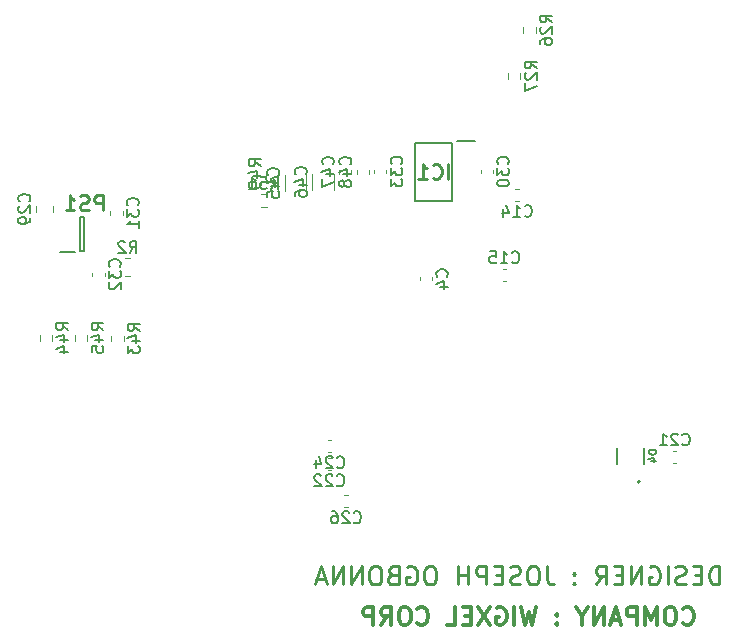
<source format=gbr>
%TF.GenerationSoftware,KiCad,Pcbnew,(6.0.2)*%
%TF.CreationDate,2022-09-17T14:06:51-08:00*%
%TF.ProjectId,HERTZ200,48455254-5a32-4303-902e-6b696361645f,VERSION 1*%
%TF.SameCoordinates,Original*%
%TF.FileFunction,Legend,Bot*%
%TF.FilePolarity,Positive*%
%FSLAX46Y46*%
G04 Gerber Fmt 4.6, Leading zero omitted, Abs format (unit mm)*
G04 Created by KiCad (PCBNEW (6.0.2)) date 2022-09-17 14:06:51*
%MOMM*%
%LPD*%
G01*
G04 APERTURE LIST*
%ADD10C,0.300000*%
%ADD11C,0.279400*%
%ADD12C,0.150000*%
%ADD13C,0.254000*%
%ADD14C,0.120000*%
%ADD15C,0.127000*%
%ADD16C,0.200000*%
G04 APERTURE END LIST*
D10*
X86909228Y-86272414D02*
X86980657Y-86343842D01*
X87194942Y-86415271D01*
X87337800Y-86415271D01*
X87552085Y-86343842D01*
X87694942Y-86200985D01*
X87766371Y-86058128D01*
X87837800Y-85772414D01*
X87837800Y-85558128D01*
X87766371Y-85272414D01*
X87694942Y-85129557D01*
X87552085Y-84986700D01*
X87337800Y-84915271D01*
X87194942Y-84915271D01*
X86980657Y-84986700D01*
X86909228Y-85058128D01*
X85980657Y-84915271D02*
X85694942Y-84915271D01*
X85552085Y-84986700D01*
X85409228Y-85129557D01*
X85337800Y-85415271D01*
X85337800Y-85915271D01*
X85409228Y-86200985D01*
X85552085Y-86343842D01*
X85694942Y-86415271D01*
X85980657Y-86415271D01*
X86123514Y-86343842D01*
X86266371Y-86200985D01*
X86337800Y-85915271D01*
X86337800Y-85415271D01*
X86266371Y-85129557D01*
X86123514Y-84986700D01*
X85980657Y-84915271D01*
X84694942Y-86415271D02*
X84694942Y-84915271D01*
X84194942Y-85986700D01*
X83694942Y-84915271D01*
X83694942Y-86415271D01*
X82980657Y-86415271D02*
X82980657Y-84915271D01*
X82409228Y-84915271D01*
X82266371Y-84986700D01*
X82194942Y-85058128D01*
X82123514Y-85200985D01*
X82123514Y-85415271D01*
X82194942Y-85558128D01*
X82266371Y-85629557D01*
X82409228Y-85700985D01*
X82980657Y-85700985D01*
X81552085Y-85986700D02*
X80837800Y-85986700D01*
X81694942Y-86415271D02*
X81194942Y-84915271D01*
X80694942Y-86415271D01*
X80194942Y-86415271D02*
X80194942Y-84915271D01*
X79337800Y-86415271D01*
X79337800Y-84915271D01*
X78337800Y-85700985D02*
X78337800Y-86415271D01*
X78837800Y-84915271D02*
X78337800Y-85700985D01*
X77837800Y-84915271D01*
X76194942Y-86272414D02*
X76123514Y-86343842D01*
X76194942Y-86415271D01*
X76266371Y-86343842D01*
X76194942Y-86272414D01*
X76194942Y-86415271D01*
X76194942Y-85486700D02*
X76123514Y-85558128D01*
X76194942Y-85629557D01*
X76266371Y-85558128D01*
X76194942Y-85486700D01*
X76194942Y-85629557D01*
X74480657Y-84915271D02*
X74123514Y-86415271D01*
X73837800Y-85343842D01*
X73552085Y-86415271D01*
X73194942Y-84915271D01*
X72623514Y-86415271D02*
X72623514Y-84915271D01*
X71123514Y-84986700D02*
X71266371Y-84915271D01*
X71480657Y-84915271D01*
X71694942Y-84986700D01*
X71837800Y-85129557D01*
X71909228Y-85272414D01*
X71980657Y-85558128D01*
X71980657Y-85772414D01*
X71909228Y-86058128D01*
X71837800Y-86200985D01*
X71694942Y-86343842D01*
X71480657Y-86415271D01*
X71337800Y-86415271D01*
X71123514Y-86343842D01*
X71052085Y-86272414D01*
X71052085Y-85772414D01*
X71337800Y-85772414D01*
X70552085Y-84915271D02*
X69552085Y-86415271D01*
X69552085Y-84915271D02*
X70552085Y-86415271D01*
X68980657Y-85629557D02*
X68480657Y-85629557D01*
X68266371Y-86415271D02*
X68980657Y-86415271D01*
X68980657Y-84915271D01*
X68266371Y-84915271D01*
X66909228Y-86415271D02*
X67623514Y-86415271D01*
X67623514Y-84915271D01*
X64409228Y-86272414D02*
X64480657Y-86343842D01*
X64694942Y-86415271D01*
X64837800Y-86415271D01*
X65052085Y-86343842D01*
X65194942Y-86200985D01*
X65266371Y-86058128D01*
X65337800Y-85772414D01*
X65337800Y-85558128D01*
X65266371Y-85272414D01*
X65194942Y-85129557D01*
X65052085Y-84986700D01*
X64837800Y-84915271D01*
X64694942Y-84915271D01*
X64480657Y-84986700D01*
X64409228Y-85058128D01*
X63480657Y-84915271D02*
X63194942Y-84915271D01*
X63052085Y-84986700D01*
X62909228Y-85129557D01*
X62837800Y-85415271D01*
X62837800Y-85915271D01*
X62909228Y-86200985D01*
X63052085Y-86343842D01*
X63194942Y-86415271D01*
X63480657Y-86415271D01*
X63623514Y-86343842D01*
X63766371Y-86200985D01*
X63837800Y-85915271D01*
X63837800Y-85415271D01*
X63766371Y-85129557D01*
X63623514Y-84986700D01*
X63480657Y-84915271D01*
X61337800Y-86415271D02*
X61837800Y-85700985D01*
X62194942Y-86415271D02*
X62194942Y-84915271D01*
X61623514Y-84915271D01*
X61480657Y-84986700D01*
X61409228Y-85058128D01*
X61337800Y-85200985D01*
X61337800Y-85415271D01*
X61409228Y-85558128D01*
X61480657Y-85629557D01*
X61623514Y-85700985D01*
X62194942Y-85700985D01*
X60694942Y-86415271D02*
X60694942Y-84915271D01*
X60123514Y-84915271D01*
X59980657Y-84986700D01*
X59909228Y-85058128D01*
X59837800Y-85200985D01*
X59837800Y-85415271D01*
X59909228Y-85558128D01*
X59980657Y-85629557D01*
X60123514Y-85700985D01*
X60694942Y-85700985D01*
D11*
X89966800Y-82985428D02*
X89966800Y-81461428D01*
X89603942Y-81461428D01*
X89386228Y-81534000D01*
X89241085Y-81679142D01*
X89168514Y-81824285D01*
X89095942Y-82114571D01*
X89095942Y-82332285D01*
X89168514Y-82622571D01*
X89241085Y-82767714D01*
X89386228Y-82912857D01*
X89603942Y-82985428D01*
X89966800Y-82985428D01*
X88442800Y-82187142D02*
X87934800Y-82187142D01*
X87717085Y-82985428D02*
X88442800Y-82985428D01*
X88442800Y-81461428D01*
X87717085Y-81461428D01*
X87136514Y-82912857D02*
X86918800Y-82985428D01*
X86555942Y-82985428D01*
X86410800Y-82912857D01*
X86338228Y-82840285D01*
X86265657Y-82695142D01*
X86265657Y-82550000D01*
X86338228Y-82404857D01*
X86410800Y-82332285D01*
X86555942Y-82259714D01*
X86846228Y-82187142D01*
X86991371Y-82114571D01*
X87063942Y-82042000D01*
X87136514Y-81896857D01*
X87136514Y-81751714D01*
X87063942Y-81606571D01*
X86991371Y-81534000D01*
X86846228Y-81461428D01*
X86483371Y-81461428D01*
X86265657Y-81534000D01*
X85612514Y-82985428D02*
X85612514Y-81461428D01*
X84088514Y-81534000D02*
X84233657Y-81461428D01*
X84451371Y-81461428D01*
X84669085Y-81534000D01*
X84814228Y-81679142D01*
X84886800Y-81824285D01*
X84959371Y-82114571D01*
X84959371Y-82332285D01*
X84886800Y-82622571D01*
X84814228Y-82767714D01*
X84669085Y-82912857D01*
X84451371Y-82985428D01*
X84306228Y-82985428D01*
X84088514Y-82912857D01*
X84015942Y-82840285D01*
X84015942Y-82332285D01*
X84306228Y-82332285D01*
X83362800Y-82985428D02*
X83362800Y-81461428D01*
X82491942Y-82985428D01*
X82491942Y-81461428D01*
X81766228Y-82187142D02*
X81258228Y-82187142D01*
X81040514Y-82985428D02*
X81766228Y-82985428D01*
X81766228Y-81461428D01*
X81040514Y-81461428D01*
X79516514Y-82985428D02*
X80024514Y-82259714D01*
X80387371Y-82985428D02*
X80387371Y-81461428D01*
X79806800Y-81461428D01*
X79661657Y-81534000D01*
X79589085Y-81606571D01*
X79516514Y-81751714D01*
X79516514Y-81969428D01*
X79589085Y-82114571D01*
X79661657Y-82187142D01*
X79806800Y-82259714D01*
X80387371Y-82259714D01*
X77702228Y-82840285D02*
X77629657Y-82912857D01*
X77702228Y-82985428D01*
X77774800Y-82912857D01*
X77702228Y-82840285D01*
X77702228Y-82985428D01*
X77702228Y-82042000D02*
X77629657Y-82114571D01*
X77702228Y-82187142D01*
X77774800Y-82114571D01*
X77702228Y-82042000D01*
X77702228Y-82187142D01*
X75379942Y-81461428D02*
X75379942Y-82550000D01*
X75452514Y-82767714D01*
X75597657Y-82912857D01*
X75815371Y-82985428D01*
X75960514Y-82985428D01*
X74363942Y-81461428D02*
X74073657Y-81461428D01*
X73928514Y-81534000D01*
X73783371Y-81679142D01*
X73710800Y-81969428D01*
X73710800Y-82477428D01*
X73783371Y-82767714D01*
X73928514Y-82912857D01*
X74073657Y-82985428D01*
X74363942Y-82985428D01*
X74509085Y-82912857D01*
X74654228Y-82767714D01*
X74726800Y-82477428D01*
X74726800Y-81969428D01*
X74654228Y-81679142D01*
X74509085Y-81534000D01*
X74363942Y-81461428D01*
X73130228Y-82912857D02*
X72912514Y-82985428D01*
X72549657Y-82985428D01*
X72404514Y-82912857D01*
X72331942Y-82840285D01*
X72259371Y-82695142D01*
X72259371Y-82550000D01*
X72331942Y-82404857D01*
X72404514Y-82332285D01*
X72549657Y-82259714D01*
X72839942Y-82187142D01*
X72985085Y-82114571D01*
X73057657Y-82042000D01*
X73130228Y-81896857D01*
X73130228Y-81751714D01*
X73057657Y-81606571D01*
X72985085Y-81534000D01*
X72839942Y-81461428D01*
X72477085Y-81461428D01*
X72259371Y-81534000D01*
X71606228Y-82187142D02*
X71098228Y-82187142D01*
X70880514Y-82985428D02*
X71606228Y-82985428D01*
X71606228Y-81461428D01*
X70880514Y-81461428D01*
X70227371Y-82985428D02*
X70227371Y-81461428D01*
X69646800Y-81461428D01*
X69501657Y-81534000D01*
X69429085Y-81606571D01*
X69356514Y-81751714D01*
X69356514Y-81969428D01*
X69429085Y-82114571D01*
X69501657Y-82187142D01*
X69646800Y-82259714D01*
X70227371Y-82259714D01*
X68703371Y-82985428D02*
X68703371Y-81461428D01*
X68703371Y-82187142D02*
X67832514Y-82187142D01*
X67832514Y-82985428D02*
X67832514Y-81461428D01*
X65655371Y-81461428D02*
X65365085Y-81461428D01*
X65219942Y-81534000D01*
X65074800Y-81679142D01*
X65002228Y-81969428D01*
X65002228Y-82477428D01*
X65074800Y-82767714D01*
X65219942Y-82912857D01*
X65365085Y-82985428D01*
X65655371Y-82985428D01*
X65800514Y-82912857D01*
X65945657Y-82767714D01*
X66018228Y-82477428D01*
X66018228Y-81969428D01*
X65945657Y-81679142D01*
X65800514Y-81534000D01*
X65655371Y-81461428D01*
X63550799Y-81534000D02*
X63695942Y-81461428D01*
X63913657Y-81461428D01*
X64131371Y-81534000D01*
X64276514Y-81679142D01*
X64349085Y-81824285D01*
X64421657Y-82114571D01*
X64421657Y-82332285D01*
X64349085Y-82622571D01*
X64276514Y-82767714D01*
X64131371Y-82912857D01*
X63913657Y-82985428D01*
X63768514Y-82985428D01*
X63550799Y-82912857D01*
X63478228Y-82840285D01*
X63478228Y-82332285D01*
X63768514Y-82332285D01*
X62317085Y-82187142D02*
X62099371Y-82259714D01*
X62026799Y-82332285D01*
X61954228Y-82477428D01*
X61954228Y-82695142D01*
X62026799Y-82840285D01*
X62099371Y-82912857D01*
X62244514Y-82985428D01*
X62825085Y-82985428D01*
X62825085Y-81461428D01*
X62317085Y-81461428D01*
X62171942Y-81534000D01*
X62099371Y-81606571D01*
X62026799Y-81751714D01*
X62026799Y-81896857D01*
X62099371Y-82042000D01*
X62171942Y-82114571D01*
X62317085Y-82187142D01*
X62825085Y-82187142D01*
X61010799Y-81461428D02*
X60720514Y-81461428D01*
X60575371Y-81534000D01*
X60430228Y-81679142D01*
X60357657Y-81969428D01*
X60357657Y-82477428D01*
X60430228Y-82767714D01*
X60575371Y-82912857D01*
X60720514Y-82985428D01*
X61010799Y-82985428D01*
X61155942Y-82912857D01*
X61301085Y-82767714D01*
X61373657Y-82477428D01*
X61373657Y-81969428D01*
X61301085Y-81679142D01*
X61155942Y-81534000D01*
X61010799Y-81461428D01*
X59704514Y-82985428D02*
X59704514Y-81461428D01*
X58833657Y-82985428D01*
X58833657Y-81461428D01*
X58107942Y-82985428D02*
X58107942Y-81461428D01*
X57237085Y-82985428D01*
X57237085Y-81461428D01*
X56583942Y-82550000D02*
X55858228Y-82550000D01*
X56729085Y-82985428D02*
X56221085Y-81461428D01*
X55713085Y-82985428D01*
D12*
%TO.C,C47*%
X57245542Y-47413942D02*
X57293161Y-47366323D01*
X57340780Y-47223466D01*
X57340780Y-47128228D01*
X57293161Y-46985371D01*
X57197923Y-46890133D01*
X57102685Y-46842514D01*
X56912209Y-46794895D01*
X56769352Y-46794895D01*
X56578876Y-46842514D01*
X56483638Y-46890133D01*
X56388400Y-46985371D01*
X56340780Y-47128228D01*
X56340780Y-47223466D01*
X56388400Y-47366323D01*
X56436019Y-47413942D01*
X56674114Y-48271085D02*
X57340780Y-48271085D01*
X56293161Y-48032990D02*
X57007447Y-47794895D01*
X57007447Y-48413942D01*
X56340780Y-48699657D02*
X56340780Y-49366323D01*
X57340780Y-48937752D01*
%TO.C,C32*%
X39201342Y-56075342D02*
X39248961Y-56027723D01*
X39296580Y-55884866D01*
X39296580Y-55789628D01*
X39248961Y-55646771D01*
X39153723Y-55551533D01*
X39058485Y-55503914D01*
X38868009Y-55456295D01*
X38725152Y-55456295D01*
X38534676Y-55503914D01*
X38439438Y-55551533D01*
X38344200Y-55646771D01*
X38296580Y-55789628D01*
X38296580Y-55884866D01*
X38344200Y-56027723D01*
X38391819Y-56075342D01*
X38296580Y-56408676D02*
X38296580Y-57027723D01*
X38677533Y-56694390D01*
X38677533Y-56837247D01*
X38725152Y-56932485D01*
X38772771Y-56980104D01*
X38868009Y-57027723D01*
X39106104Y-57027723D01*
X39201342Y-56980104D01*
X39248961Y-56932485D01*
X39296580Y-56837247D01*
X39296580Y-56551533D01*
X39248961Y-56456295D01*
X39201342Y-56408676D01*
X38391819Y-57408676D02*
X38344200Y-57456295D01*
X38296580Y-57551533D01*
X38296580Y-57789628D01*
X38344200Y-57884866D01*
X38391819Y-57932485D01*
X38487057Y-57980104D01*
X38582295Y-57980104D01*
X38725152Y-57932485D01*
X39296580Y-57361057D01*
X39296580Y-57980104D01*
%TO.C,C45*%
X52609142Y-48353742D02*
X52656761Y-48306123D01*
X52704380Y-48163266D01*
X52704380Y-48068028D01*
X52656761Y-47925171D01*
X52561523Y-47829933D01*
X52466285Y-47782314D01*
X52275809Y-47734695D01*
X52132952Y-47734695D01*
X51942476Y-47782314D01*
X51847238Y-47829933D01*
X51752000Y-47925171D01*
X51704380Y-48068028D01*
X51704380Y-48163266D01*
X51752000Y-48306123D01*
X51799619Y-48353742D01*
X52037714Y-49210885D02*
X52704380Y-49210885D01*
X51656761Y-48972790D02*
X52371047Y-48734695D01*
X52371047Y-49353742D01*
X51704380Y-50210885D02*
X51704380Y-49734695D01*
X52180571Y-49687076D01*
X52132952Y-49734695D01*
X52085333Y-49829933D01*
X52085333Y-50068028D01*
X52132952Y-50163266D01*
X52180571Y-50210885D01*
X52275809Y-50258504D01*
X52513904Y-50258504D01*
X52609142Y-50210885D01*
X52656761Y-50163266D01*
X52704380Y-50068028D01*
X52704380Y-49829933D01*
X52656761Y-49734695D01*
X52609142Y-49687076D01*
%TO.C,C30*%
X72068942Y-47388542D02*
X72116561Y-47340923D01*
X72164180Y-47198066D01*
X72164180Y-47102828D01*
X72116561Y-46959971D01*
X72021323Y-46864733D01*
X71926085Y-46817114D01*
X71735609Y-46769495D01*
X71592752Y-46769495D01*
X71402276Y-46817114D01*
X71307038Y-46864733D01*
X71211800Y-46959971D01*
X71164180Y-47102828D01*
X71164180Y-47198066D01*
X71211800Y-47340923D01*
X71259419Y-47388542D01*
X71164180Y-47721876D02*
X71164180Y-48340923D01*
X71545133Y-48007590D01*
X71545133Y-48150447D01*
X71592752Y-48245685D01*
X71640371Y-48293304D01*
X71735609Y-48340923D01*
X71973704Y-48340923D01*
X72068942Y-48293304D01*
X72116561Y-48245685D01*
X72164180Y-48150447D01*
X72164180Y-47864733D01*
X72116561Y-47769495D01*
X72068942Y-47721876D01*
X71164180Y-48959971D02*
X71164180Y-49055209D01*
X71211800Y-49150447D01*
X71259419Y-49198066D01*
X71354657Y-49245685D01*
X71545133Y-49293304D01*
X71783228Y-49293304D01*
X71973704Y-49245685D01*
X72068942Y-49198066D01*
X72116561Y-49150447D01*
X72164180Y-49055209D01*
X72164180Y-48959971D01*
X72116561Y-48864733D01*
X72068942Y-48817114D01*
X71973704Y-48769495D01*
X71783228Y-48721876D01*
X71545133Y-48721876D01*
X71354657Y-48769495D01*
X71259419Y-48817114D01*
X71211800Y-48864733D01*
X71164180Y-48959971D01*
%TO.C,C33*%
X63051942Y-47388542D02*
X63099561Y-47340923D01*
X63147180Y-47198066D01*
X63147180Y-47102828D01*
X63099561Y-46959971D01*
X63004323Y-46864733D01*
X62909085Y-46817114D01*
X62718609Y-46769495D01*
X62575752Y-46769495D01*
X62385276Y-46817114D01*
X62290038Y-46864733D01*
X62194800Y-46959971D01*
X62147180Y-47102828D01*
X62147180Y-47198066D01*
X62194800Y-47340923D01*
X62242419Y-47388542D01*
X62147180Y-47721876D02*
X62147180Y-48340923D01*
X62528133Y-48007590D01*
X62528133Y-48150447D01*
X62575752Y-48245685D01*
X62623371Y-48293304D01*
X62718609Y-48340923D01*
X62956704Y-48340923D01*
X63051942Y-48293304D01*
X63099561Y-48245685D01*
X63147180Y-48150447D01*
X63147180Y-47864733D01*
X63099561Y-47769495D01*
X63051942Y-47721876D01*
X62147180Y-48674257D02*
X62147180Y-49293304D01*
X62528133Y-48959971D01*
X62528133Y-49102828D01*
X62575752Y-49198066D01*
X62623371Y-49245685D01*
X62718609Y-49293304D01*
X62956704Y-49293304D01*
X63051942Y-49245685D01*
X63099561Y-49198066D01*
X63147180Y-49102828D01*
X63147180Y-48817114D01*
X63099561Y-48721876D01*
X63051942Y-48674257D01*
%TO.C,R43*%
X40896780Y-61510942D02*
X40420590Y-61177609D01*
X40896780Y-60939514D02*
X39896780Y-60939514D01*
X39896780Y-61320466D01*
X39944400Y-61415704D01*
X39992019Y-61463323D01*
X40087257Y-61510942D01*
X40230114Y-61510942D01*
X40325352Y-61463323D01*
X40372971Y-61415704D01*
X40420590Y-61320466D01*
X40420590Y-60939514D01*
X40230114Y-62368085D02*
X40896780Y-62368085D01*
X39849161Y-62129990D02*
X40563447Y-61891895D01*
X40563447Y-62510942D01*
X39896780Y-62796657D02*
X39896780Y-63415704D01*
X40277733Y-63082371D01*
X40277733Y-63225228D01*
X40325352Y-63320466D01*
X40372971Y-63368085D01*
X40468209Y-63415704D01*
X40706304Y-63415704D01*
X40801542Y-63368085D01*
X40849161Y-63320466D01*
X40896780Y-63225228D01*
X40896780Y-62939514D01*
X40849161Y-62844276D01*
X40801542Y-62796657D01*
%TO.C,C46*%
X54945942Y-48277542D02*
X54993561Y-48229923D01*
X55041180Y-48087066D01*
X55041180Y-47991828D01*
X54993561Y-47848971D01*
X54898323Y-47753733D01*
X54803085Y-47706114D01*
X54612609Y-47658495D01*
X54469752Y-47658495D01*
X54279276Y-47706114D01*
X54184038Y-47753733D01*
X54088800Y-47848971D01*
X54041180Y-47991828D01*
X54041180Y-48087066D01*
X54088800Y-48229923D01*
X54136419Y-48277542D01*
X54374514Y-49134685D02*
X55041180Y-49134685D01*
X53993561Y-48896590D02*
X54707847Y-48658495D01*
X54707847Y-49277542D01*
X54041180Y-50087066D02*
X54041180Y-49896590D01*
X54088800Y-49801352D01*
X54136419Y-49753733D01*
X54279276Y-49658495D01*
X54469752Y-49610876D01*
X54850704Y-49610876D01*
X54945942Y-49658495D01*
X54993561Y-49706114D01*
X55041180Y-49801352D01*
X55041180Y-49991828D01*
X54993561Y-50087066D01*
X54945942Y-50134685D01*
X54850704Y-50182304D01*
X54612609Y-50182304D01*
X54517371Y-50134685D01*
X54469752Y-50087066D01*
X54422133Y-49991828D01*
X54422133Y-49801352D01*
X54469752Y-49706114D01*
X54517371Y-49658495D01*
X54612609Y-49610876D01*
%TO.C,R26*%
X75796380Y-35399742D02*
X75320190Y-35066409D01*
X75796380Y-34828314D02*
X74796380Y-34828314D01*
X74796380Y-35209266D01*
X74844000Y-35304504D01*
X74891619Y-35352123D01*
X74986857Y-35399742D01*
X75129714Y-35399742D01*
X75224952Y-35352123D01*
X75272571Y-35304504D01*
X75320190Y-35209266D01*
X75320190Y-34828314D01*
X74891619Y-35780695D02*
X74844000Y-35828314D01*
X74796380Y-35923552D01*
X74796380Y-36161647D01*
X74844000Y-36256885D01*
X74891619Y-36304504D01*
X74986857Y-36352123D01*
X75082095Y-36352123D01*
X75224952Y-36304504D01*
X75796380Y-35733076D01*
X75796380Y-36352123D01*
X74796380Y-37209266D02*
X74796380Y-37018790D01*
X74844000Y-36923552D01*
X74891619Y-36875933D01*
X75034476Y-36780695D01*
X75224952Y-36733076D01*
X75605904Y-36733076D01*
X75701142Y-36780695D01*
X75748761Y-36828314D01*
X75796380Y-36923552D01*
X75796380Y-37114028D01*
X75748761Y-37209266D01*
X75701142Y-37256885D01*
X75605904Y-37304504D01*
X75367809Y-37304504D01*
X75272571Y-37256885D01*
X75224952Y-37209266D01*
X75177333Y-37114028D01*
X75177333Y-36923552D01*
X75224952Y-36828314D01*
X75272571Y-36780695D01*
X75367809Y-36733076D01*
%TO.C,C31*%
X40725342Y-50893742D02*
X40772961Y-50846123D01*
X40820580Y-50703266D01*
X40820580Y-50608028D01*
X40772961Y-50465171D01*
X40677723Y-50369933D01*
X40582485Y-50322314D01*
X40392009Y-50274695D01*
X40249152Y-50274695D01*
X40058676Y-50322314D01*
X39963438Y-50369933D01*
X39868200Y-50465171D01*
X39820580Y-50608028D01*
X39820580Y-50703266D01*
X39868200Y-50846123D01*
X39915819Y-50893742D01*
X39820580Y-51227076D02*
X39820580Y-51846123D01*
X40201533Y-51512790D01*
X40201533Y-51655647D01*
X40249152Y-51750885D01*
X40296771Y-51798504D01*
X40392009Y-51846123D01*
X40630104Y-51846123D01*
X40725342Y-51798504D01*
X40772961Y-51750885D01*
X40820580Y-51655647D01*
X40820580Y-51369933D01*
X40772961Y-51274695D01*
X40725342Y-51227076D01*
X40820580Y-52798504D02*
X40820580Y-52227076D01*
X40820580Y-52512790D02*
X39820580Y-52512790D01*
X39963438Y-52417552D01*
X40058676Y-52322314D01*
X40106295Y-52227076D01*
%TO.C,C24*%
X57615057Y-73059542D02*
X57662676Y-73107161D01*
X57805533Y-73154780D01*
X57900771Y-73154780D01*
X58043628Y-73107161D01*
X58138866Y-73011923D01*
X58186485Y-72916685D01*
X58234104Y-72726209D01*
X58234104Y-72583352D01*
X58186485Y-72392876D01*
X58138866Y-72297638D01*
X58043628Y-72202400D01*
X57900771Y-72154780D01*
X57805533Y-72154780D01*
X57662676Y-72202400D01*
X57615057Y-72250019D01*
X57234104Y-72250019D02*
X57186485Y-72202400D01*
X57091247Y-72154780D01*
X56853152Y-72154780D01*
X56757914Y-72202400D01*
X56710295Y-72250019D01*
X56662676Y-72345257D01*
X56662676Y-72440495D01*
X56710295Y-72583352D01*
X57281723Y-73154780D01*
X56662676Y-73154780D01*
X55805533Y-72488114D02*
X55805533Y-73154780D01*
X56043628Y-72107161D02*
X56281723Y-72821447D01*
X55662676Y-72821447D01*
%TO.C,C21*%
X86850457Y-71113942D02*
X86898076Y-71161561D01*
X87040933Y-71209180D01*
X87136171Y-71209180D01*
X87279028Y-71161561D01*
X87374266Y-71066323D01*
X87421885Y-70971085D01*
X87469504Y-70780609D01*
X87469504Y-70637752D01*
X87421885Y-70447276D01*
X87374266Y-70352038D01*
X87279028Y-70256800D01*
X87136171Y-70209180D01*
X87040933Y-70209180D01*
X86898076Y-70256800D01*
X86850457Y-70304419D01*
X86469504Y-70304419D02*
X86421885Y-70256800D01*
X86326647Y-70209180D01*
X86088552Y-70209180D01*
X85993314Y-70256800D01*
X85945695Y-70304419D01*
X85898076Y-70399657D01*
X85898076Y-70494895D01*
X85945695Y-70637752D01*
X86517123Y-71209180D01*
X85898076Y-71209180D01*
X84945695Y-71209180D02*
X85517123Y-71209180D01*
X85231409Y-71209180D02*
X85231409Y-70209180D01*
X85326647Y-70352038D01*
X85421885Y-70447276D01*
X85517123Y-70494895D01*
%TO.C,C14*%
X73490057Y-51774342D02*
X73537676Y-51821961D01*
X73680533Y-51869580D01*
X73775771Y-51869580D01*
X73918628Y-51821961D01*
X74013866Y-51726723D01*
X74061485Y-51631485D01*
X74109104Y-51441009D01*
X74109104Y-51298152D01*
X74061485Y-51107676D01*
X74013866Y-51012438D01*
X73918628Y-50917200D01*
X73775771Y-50869580D01*
X73680533Y-50869580D01*
X73537676Y-50917200D01*
X73490057Y-50964819D01*
X72537676Y-51869580D02*
X73109104Y-51869580D01*
X72823390Y-51869580D02*
X72823390Y-50869580D01*
X72918628Y-51012438D01*
X73013866Y-51107676D01*
X73109104Y-51155295D01*
X71680533Y-51202914D02*
X71680533Y-51869580D01*
X71918628Y-50821961D02*
X72156723Y-51536247D01*
X71537676Y-51536247D01*
%TO.C,C26*%
X59012057Y-77707742D02*
X59059676Y-77755361D01*
X59202533Y-77802980D01*
X59297771Y-77802980D01*
X59440628Y-77755361D01*
X59535866Y-77660123D01*
X59583485Y-77564885D01*
X59631104Y-77374409D01*
X59631104Y-77231552D01*
X59583485Y-77041076D01*
X59535866Y-76945838D01*
X59440628Y-76850600D01*
X59297771Y-76802980D01*
X59202533Y-76802980D01*
X59059676Y-76850600D01*
X59012057Y-76898219D01*
X58631104Y-76898219D02*
X58583485Y-76850600D01*
X58488247Y-76802980D01*
X58250152Y-76802980D01*
X58154914Y-76850600D01*
X58107295Y-76898219D01*
X58059676Y-76993457D01*
X58059676Y-77088695D01*
X58107295Y-77231552D01*
X58678723Y-77802980D01*
X58059676Y-77802980D01*
X57202533Y-76802980D02*
X57393009Y-76802980D01*
X57488247Y-76850600D01*
X57535866Y-76898219D01*
X57631104Y-77041076D01*
X57678723Y-77231552D01*
X57678723Y-77612504D01*
X57631104Y-77707742D01*
X57583485Y-77755361D01*
X57488247Y-77802980D01*
X57297771Y-77802980D01*
X57202533Y-77755361D01*
X57154914Y-77707742D01*
X57107295Y-77612504D01*
X57107295Y-77374409D01*
X57154914Y-77279171D01*
X57202533Y-77231552D01*
X57297771Y-77183933D01*
X57488247Y-77183933D01*
X57583485Y-77231552D01*
X57631104Y-77279171D01*
X57678723Y-77374409D01*
%TO.C,C22*%
X57589657Y-74583542D02*
X57637276Y-74631161D01*
X57780133Y-74678780D01*
X57875371Y-74678780D01*
X58018228Y-74631161D01*
X58113466Y-74535923D01*
X58161085Y-74440685D01*
X58208704Y-74250209D01*
X58208704Y-74107352D01*
X58161085Y-73916876D01*
X58113466Y-73821638D01*
X58018228Y-73726400D01*
X57875371Y-73678780D01*
X57780133Y-73678780D01*
X57637276Y-73726400D01*
X57589657Y-73774019D01*
X57208704Y-73774019D02*
X57161085Y-73726400D01*
X57065847Y-73678780D01*
X56827752Y-73678780D01*
X56732514Y-73726400D01*
X56684895Y-73774019D01*
X56637276Y-73869257D01*
X56637276Y-73964495D01*
X56684895Y-74107352D01*
X57256323Y-74678780D01*
X56637276Y-74678780D01*
X56256323Y-73774019D02*
X56208704Y-73726400D01*
X56113466Y-73678780D01*
X55875371Y-73678780D01*
X55780133Y-73726400D01*
X55732514Y-73774019D01*
X55684895Y-73869257D01*
X55684895Y-73964495D01*
X55732514Y-74107352D01*
X56303942Y-74678780D01*
X55684895Y-74678780D01*
%TO.C,R2*%
X40044666Y-54910980D02*
X40378000Y-54434790D01*
X40616095Y-54910980D02*
X40616095Y-53910980D01*
X40235142Y-53910980D01*
X40139904Y-53958600D01*
X40092285Y-54006219D01*
X40044666Y-54101457D01*
X40044666Y-54244314D01*
X40092285Y-54339552D01*
X40139904Y-54387171D01*
X40235142Y-54434790D01*
X40616095Y-54434790D01*
X39663714Y-54006219D02*
X39616095Y-53958600D01*
X39520857Y-53910980D01*
X39282761Y-53910980D01*
X39187523Y-53958600D01*
X39139904Y-54006219D01*
X39092285Y-54101457D01*
X39092285Y-54196695D01*
X39139904Y-54339552D01*
X39711333Y-54910980D01*
X39092285Y-54910980D01*
%TO.C,D4*%
X84645293Y-71633079D02*
X84005293Y-71633079D01*
X84005293Y-71785460D01*
X84035770Y-71876888D01*
X84096722Y-71937840D01*
X84157674Y-71968317D01*
X84279579Y-71998793D01*
X84371008Y-71998793D01*
X84492912Y-71968317D01*
X84553865Y-71937840D01*
X84614817Y-71876888D01*
X84645293Y-71785460D01*
X84645293Y-71633079D01*
X84218627Y-72547364D02*
X84645293Y-72547364D01*
X83974817Y-72394983D02*
X84431960Y-72242602D01*
X84431960Y-72638793D01*
%TO.C,C48*%
X58718742Y-47413942D02*
X58766361Y-47366323D01*
X58813980Y-47223466D01*
X58813980Y-47128228D01*
X58766361Y-46985371D01*
X58671123Y-46890133D01*
X58575885Y-46842514D01*
X58385409Y-46794895D01*
X58242552Y-46794895D01*
X58052076Y-46842514D01*
X57956838Y-46890133D01*
X57861600Y-46985371D01*
X57813980Y-47128228D01*
X57813980Y-47223466D01*
X57861600Y-47366323D01*
X57909219Y-47413942D01*
X58147314Y-48271085D02*
X58813980Y-48271085D01*
X57766361Y-48032990D02*
X58480647Y-47794895D01*
X58480647Y-48413942D01*
X58242552Y-48937752D02*
X58194933Y-48842514D01*
X58147314Y-48794895D01*
X58052076Y-48747276D01*
X58004457Y-48747276D01*
X57909219Y-48794895D01*
X57861600Y-48842514D01*
X57813980Y-48937752D01*
X57813980Y-49128228D01*
X57861600Y-49223466D01*
X57909219Y-49271085D01*
X58004457Y-49318704D01*
X58052076Y-49318704D01*
X58147314Y-49271085D01*
X58194933Y-49223466D01*
X58242552Y-49128228D01*
X58242552Y-48937752D01*
X58290171Y-48842514D01*
X58337790Y-48794895D01*
X58433028Y-48747276D01*
X58623504Y-48747276D01*
X58718742Y-48794895D01*
X58766361Y-48842514D01*
X58813980Y-48937752D01*
X58813980Y-49128228D01*
X58766361Y-49223466D01*
X58718742Y-49271085D01*
X58623504Y-49318704D01*
X58433028Y-49318704D01*
X58337790Y-49271085D01*
X58290171Y-49223466D01*
X58242552Y-49128228D01*
D13*
%TO.C,IC1*%
X67025761Y-48656723D02*
X67025761Y-47386723D01*
X65695285Y-48535771D02*
X65755761Y-48596247D01*
X65937190Y-48656723D01*
X66058142Y-48656723D01*
X66239571Y-48596247D01*
X66360523Y-48475295D01*
X66421000Y-48354342D01*
X66481476Y-48112438D01*
X66481476Y-47931009D01*
X66421000Y-47689104D01*
X66360523Y-47568152D01*
X66239571Y-47447200D01*
X66058142Y-47386723D01*
X65937190Y-47386723D01*
X65755761Y-47447200D01*
X65695285Y-47507676D01*
X64485761Y-48656723D02*
X65211476Y-48656723D01*
X64848619Y-48656723D02*
X64848619Y-47386723D01*
X64969571Y-47568152D01*
X65090523Y-47689104D01*
X65211476Y-47749580D01*
D12*
%TO.C,R49*%
X51143180Y-47566342D02*
X50666990Y-47233009D01*
X51143180Y-46994914D02*
X50143180Y-46994914D01*
X50143180Y-47375866D01*
X50190800Y-47471104D01*
X50238419Y-47518723D01*
X50333657Y-47566342D01*
X50476514Y-47566342D01*
X50571752Y-47518723D01*
X50619371Y-47471104D01*
X50666990Y-47375866D01*
X50666990Y-46994914D01*
X50476514Y-48423485D02*
X51143180Y-48423485D01*
X50095561Y-48185390D02*
X50809847Y-47947295D01*
X50809847Y-48566342D01*
X51143180Y-48994914D02*
X51143180Y-49185390D01*
X51095561Y-49280628D01*
X51047942Y-49328247D01*
X50905085Y-49423485D01*
X50714609Y-49471104D01*
X50333657Y-49471104D01*
X50238419Y-49423485D01*
X50190800Y-49375866D01*
X50143180Y-49280628D01*
X50143180Y-49090152D01*
X50190800Y-48994914D01*
X50238419Y-48947295D01*
X50333657Y-48899676D01*
X50571752Y-48899676D01*
X50666990Y-48947295D01*
X50714609Y-48994914D01*
X50762228Y-49090152D01*
X50762228Y-49280628D01*
X50714609Y-49375866D01*
X50666990Y-49423485D01*
X50571752Y-49471104D01*
%TO.C,C29*%
X31544742Y-50563542D02*
X31592361Y-50515923D01*
X31639980Y-50373066D01*
X31639980Y-50277828D01*
X31592361Y-50134971D01*
X31497123Y-50039733D01*
X31401885Y-49992114D01*
X31211409Y-49944495D01*
X31068552Y-49944495D01*
X30878076Y-49992114D01*
X30782838Y-50039733D01*
X30687600Y-50134971D01*
X30639980Y-50277828D01*
X30639980Y-50373066D01*
X30687600Y-50515923D01*
X30735219Y-50563542D01*
X30735219Y-50944495D02*
X30687600Y-50992114D01*
X30639980Y-51087352D01*
X30639980Y-51325447D01*
X30687600Y-51420685D01*
X30735219Y-51468304D01*
X30830457Y-51515923D01*
X30925695Y-51515923D01*
X31068552Y-51468304D01*
X31639980Y-50896876D01*
X31639980Y-51515923D01*
X31639980Y-51992114D02*
X31639980Y-52182590D01*
X31592361Y-52277828D01*
X31544742Y-52325447D01*
X31401885Y-52420685D01*
X31211409Y-52468304D01*
X30830457Y-52468304D01*
X30735219Y-52420685D01*
X30687600Y-52373066D01*
X30639980Y-52277828D01*
X30639980Y-52087352D01*
X30687600Y-51992114D01*
X30735219Y-51944495D01*
X30830457Y-51896876D01*
X31068552Y-51896876D01*
X31163790Y-51944495D01*
X31211409Y-51992114D01*
X31259028Y-52087352D01*
X31259028Y-52277828D01*
X31211409Y-52373066D01*
X31163790Y-52420685D01*
X31068552Y-52468304D01*
D13*
%TO.C,PS1*%
X37787942Y-51323723D02*
X37787942Y-50053723D01*
X37304133Y-50053723D01*
X37183180Y-50114200D01*
X37122704Y-50174676D01*
X37062228Y-50295628D01*
X37062228Y-50477057D01*
X37122704Y-50598009D01*
X37183180Y-50658485D01*
X37304133Y-50718961D01*
X37787942Y-50718961D01*
X36578419Y-51263247D02*
X36396990Y-51323723D01*
X36094609Y-51323723D01*
X35973657Y-51263247D01*
X35913180Y-51202771D01*
X35852704Y-51081819D01*
X35852704Y-50960866D01*
X35913180Y-50839914D01*
X35973657Y-50779438D01*
X36094609Y-50718961D01*
X36336514Y-50658485D01*
X36457466Y-50598009D01*
X36517942Y-50537533D01*
X36578419Y-50416580D01*
X36578419Y-50295628D01*
X36517942Y-50174676D01*
X36457466Y-50114200D01*
X36336514Y-50053723D01*
X36034133Y-50053723D01*
X35852704Y-50114200D01*
X34643180Y-51323723D02*
X35368895Y-51323723D01*
X35006038Y-51323723D02*
X35006038Y-50053723D01*
X35126990Y-50235152D01*
X35247942Y-50356104D01*
X35368895Y-50416580D01*
D12*
%TO.C,C4*%
X66905142Y-56932533D02*
X66952761Y-56884914D01*
X67000380Y-56742057D01*
X67000380Y-56646819D01*
X66952761Y-56503961D01*
X66857523Y-56408723D01*
X66762285Y-56361104D01*
X66571809Y-56313485D01*
X66428952Y-56313485D01*
X66238476Y-56361104D01*
X66143238Y-56408723D01*
X66048000Y-56503961D01*
X66000380Y-56646819D01*
X66000380Y-56742057D01*
X66048000Y-56884914D01*
X66095619Y-56932533D01*
X66333714Y-57789676D02*
X67000380Y-57789676D01*
X65952761Y-57551580D02*
X66667047Y-57313485D01*
X66667047Y-57932533D01*
%TO.C,R44*%
X34851580Y-61460142D02*
X34375390Y-61126809D01*
X34851580Y-60888714D02*
X33851580Y-60888714D01*
X33851580Y-61269666D01*
X33899200Y-61364904D01*
X33946819Y-61412523D01*
X34042057Y-61460142D01*
X34184914Y-61460142D01*
X34280152Y-61412523D01*
X34327771Y-61364904D01*
X34375390Y-61269666D01*
X34375390Y-60888714D01*
X34184914Y-62317285D02*
X34851580Y-62317285D01*
X33803961Y-62079190D02*
X34518247Y-61841095D01*
X34518247Y-62460142D01*
X34184914Y-63269666D02*
X34851580Y-63269666D01*
X33803961Y-63031571D02*
X34518247Y-62793476D01*
X34518247Y-63412523D01*
%TO.C,R45*%
X37823380Y-61460142D02*
X37347190Y-61126809D01*
X37823380Y-60888714D02*
X36823380Y-60888714D01*
X36823380Y-61269666D01*
X36871000Y-61364904D01*
X36918619Y-61412523D01*
X37013857Y-61460142D01*
X37156714Y-61460142D01*
X37251952Y-61412523D01*
X37299571Y-61364904D01*
X37347190Y-61269666D01*
X37347190Y-60888714D01*
X37156714Y-62317285D02*
X37823380Y-62317285D01*
X36775761Y-62079190D02*
X37490047Y-61841095D01*
X37490047Y-62460142D01*
X36823380Y-63317285D02*
X36823380Y-62841095D01*
X37299571Y-62793476D01*
X37251952Y-62841095D01*
X37204333Y-62936333D01*
X37204333Y-63174428D01*
X37251952Y-63269666D01*
X37299571Y-63317285D01*
X37394809Y-63364904D01*
X37632904Y-63364904D01*
X37728142Y-63317285D01*
X37775761Y-63269666D01*
X37823380Y-63174428D01*
X37823380Y-62936333D01*
X37775761Y-62841095D01*
X37728142Y-62793476D01*
%TO.C,C15*%
X72423257Y-55696142D02*
X72470876Y-55743761D01*
X72613733Y-55791380D01*
X72708971Y-55791380D01*
X72851828Y-55743761D01*
X72947066Y-55648523D01*
X72994685Y-55553285D01*
X73042304Y-55362809D01*
X73042304Y-55219952D01*
X72994685Y-55029476D01*
X72947066Y-54934238D01*
X72851828Y-54839000D01*
X72708971Y-54791380D01*
X72613733Y-54791380D01*
X72470876Y-54839000D01*
X72423257Y-54886619D01*
X71470876Y-55791380D02*
X72042304Y-55791380D01*
X71756590Y-55791380D02*
X71756590Y-54791380D01*
X71851828Y-54934238D01*
X71947066Y-55029476D01*
X72042304Y-55077095D01*
X70566114Y-54791380D02*
X71042304Y-54791380D01*
X71089923Y-55267571D01*
X71042304Y-55219952D01*
X70947066Y-55172333D01*
X70708971Y-55172333D01*
X70613733Y-55219952D01*
X70566114Y-55267571D01*
X70518495Y-55362809D01*
X70518495Y-55600904D01*
X70566114Y-55696142D01*
X70613733Y-55743761D01*
X70708971Y-55791380D01*
X70947066Y-55791380D01*
X71042304Y-55743761D01*
X71089923Y-55696142D01*
%TO.C,R51*%
X52052457Y-49492180D02*
X52385790Y-49015990D01*
X52623885Y-49492180D02*
X52623885Y-48492180D01*
X52242933Y-48492180D01*
X52147695Y-48539800D01*
X52100076Y-48587419D01*
X52052457Y-48682657D01*
X52052457Y-48825514D01*
X52100076Y-48920752D01*
X52147695Y-48968371D01*
X52242933Y-49015990D01*
X52623885Y-49015990D01*
X51147695Y-48492180D02*
X51623885Y-48492180D01*
X51671504Y-48968371D01*
X51623885Y-48920752D01*
X51528647Y-48873133D01*
X51290552Y-48873133D01*
X51195314Y-48920752D01*
X51147695Y-48968371D01*
X51100076Y-49063609D01*
X51100076Y-49301704D01*
X51147695Y-49396942D01*
X51195314Y-49444561D01*
X51290552Y-49492180D01*
X51528647Y-49492180D01*
X51623885Y-49444561D01*
X51671504Y-49396942D01*
X50147695Y-49492180D02*
X50719123Y-49492180D01*
X50433409Y-49492180D02*
X50433409Y-48492180D01*
X50528647Y-48635038D01*
X50623885Y-48730276D01*
X50719123Y-48777895D01*
%TO.C,R27*%
X74500980Y-39285942D02*
X74024790Y-38952609D01*
X74500980Y-38714514D02*
X73500980Y-38714514D01*
X73500980Y-39095466D01*
X73548600Y-39190704D01*
X73596219Y-39238323D01*
X73691457Y-39285942D01*
X73834314Y-39285942D01*
X73929552Y-39238323D01*
X73977171Y-39190704D01*
X74024790Y-39095466D01*
X74024790Y-38714514D01*
X73596219Y-39666895D02*
X73548600Y-39714514D01*
X73500980Y-39809752D01*
X73500980Y-40047847D01*
X73548600Y-40143085D01*
X73596219Y-40190704D01*
X73691457Y-40238323D01*
X73786695Y-40238323D01*
X73929552Y-40190704D01*
X74500980Y-39619276D01*
X74500980Y-40238323D01*
X73500980Y-40571657D02*
X73500980Y-41238323D01*
X74500980Y-40809752D01*
D14*
%TO.C,C47*%
X57808400Y-47916220D02*
X57808400Y-48197380D01*
X58828400Y-47916220D02*
X58828400Y-48197380D01*
%TO.C,C32*%
X36904200Y-56858780D02*
X36904200Y-56577620D01*
X37924200Y-56858780D02*
X37924200Y-56577620D01*
%TO.C,C45*%
X53192000Y-48285348D02*
X53192000Y-49707852D01*
X55012000Y-48285348D02*
X55012000Y-49707852D01*
%TO.C,C30*%
X69771800Y-48171980D02*
X69771800Y-47890820D01*
X70791800Y-48171980D02*
X70791800Y-47890820D01*
%TO.C,C33*%
X61774800Y-48171980D02*
X61774800Y-47890820D01*
X60754800Y-48171980D02*
X60754800Y-47890820D01*
%TO.C,R43*%
X38491900Y-62391058D02*
X38491900Y-61916542D01*
X39536900Y-62391058D02*
X39536900Y-61916542D01*
%TO.C,C46*%
X57348800Y-48209148D02*
X57348800Y-49631652D01*
X55528800Y-48209148D02*
X55528800Y-49631652D01*
%TO.C,R26*%
X73391500Y-36279858D02*
X73391500Y-35805342D01*
X74436500Y-36279858D02*
X74436500Y-35805342D01*
%TO.C,C31*%
X38428200Y-51677180D02*
X38428200Y-51396020D01*
X39448200Y-51677180D02*
X39448200Y-51396020D01*
%TO.C,C24*%
X56831620Y-70762400D02*
X57112780Y-70762400D01*
X56831620Y-71782400D02*
X57112780Y-71782400D01*
%TO.C,C21*%
X86348180Y-71676800D02*
X86067020Y-71676800D01*
X86348180Y-72696800D02*
X86067020Y-72696800D01*
%TO.C,C14*%
X72706620Y-49477200D02*
X72987780Y-49477200D01*
X72706620Y-50497200D02*
X72987780Y-50497200D01*
%TO.C,C26*%
X58228620Y-75410600D02*
X58509780Y-75410600D01*
X58228620Y-76430600D02*
X58509780Y-76430600D01*
%TO.C,C22*%
X56806220Y-73306400D02*
X57087380Y-73306400D01*
X56806220Y-72286400D02*
X57087380Y-72286400D01*
%TO.C,R2*%
X40105064Y-56843600D02*
X39650936Y-56843600D01*
X40105064Y-55373600D02*
X39650936Y-55373600D01*
D15*
%TO.C,D4*%
X81278400Y-71456000D02*
X81278400Y-72816000D01*
X83618400Y-72816000D02*
X83618400Y-71456000D01*
D16*
X83248400Y-74286000D02*
G75*
G03*
X83248400Y-74286000I-100000J0D01*
G01*
D14*
%TO.C,C48*%
X60301600Y-47916220D02*
X60301600Y-48197380D01*
X59281600Y-47916220D02*
X59281600Y-48197380D01*
D16*
%TO.C,IC1*%
X69261000Y-45477200D02*
X67736000Y-45477200D01*
X64186000Y-45632200D02*
X64186000Y-50532200D01*
X64186000Y-50532200D02*
X67386000Y-50532200D01*
X67386000Y-50532200D02*
X67386000Y-45632200D01*
X67386000Y-45632200D02*
X64186000Y-45632200D01*
D14*
%TO.C,R49*%
X52643300Y-47971942D02*
X52643300Y-48446458D01*
X51598300Y-47971942D02*
X51598300Y-48446458D01*
%TO.C,C29*%
X33602600Y-50945148D02*
X33602600Y-51467652D01*
X32132600Y-50945148D02*
X32132600Y-51467652D01*
D16*
%TO.C,PS1*%
X35816800Y-51890000D02*
X35816800Y-54790000D01*
X36166800Y-54790000D02*
X36166800Y-51890000D01*
X36166800Y-51890000D02*
X35816800Y-51890000D01*
X34116800Y-54840000D02*
X35466800Y-54840000D01*
X35816800Y-54790000D02*
X36166800Y-54790000D01*
D14*
%TO.C,C4*%
X65635600Y-56958620D02*
X65635600Y-57239780D01*
X64615600Y-56958620D02*
X64615600Y-57239780D01*
%TO.C,R44*%
X32446700Y-62340258D02*
X32446700Y-61865742D01*
X33491700Y-62340258D02*
X33491700Y-61865742D01*
%TO.C,R45*%
X35418500Y-62340258D02*
X35418500Y-61865742D01*
X36463500Y-62340258D02*
X36463500Y-61865742D01*
%TO.C,C15*%
X71920980Y-56259000D02*
X71639820Y-56259000D01*
X71920980Y-57279000D02*
X71639820Y-57279000D01*
%TO.C,R51*%
X51646858Y-49947300D02*
X51172342Y-49947300D01*
X51646858Y-50992300D02*
X51172342Y-50992300D01*
%TO.C,R27*%
X72096100Y-40166058D02*
X72096100Y-39691542D01*
X73141100Y-40166058D02*
X73141100Y-39691542D01*
%TD*%
M02*

</source>
